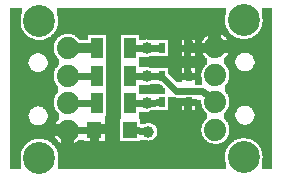
<source format=gtl>
G04 MADE WITH FRITZING*
G04 WWW.FRITZING.ORG*
G04 DOUBLE SIDED*
G04 HOLES PLATED*
G04 CONTOUR ON CENTER OF CONTOUR VECTOR*
%ASAXBY*%
%FSLAX23Y23*%
%MOIN*%
%OFA0B0*%
%SFA1.0B1.0*%
%ADD10C,0.075000*%
%ADD11C,0.074000*%
%ADD12C,0.106614*%
%ADD13C,0.039370*%
%ADD14R,0.039370X0.070866*%
%ADD15R,0.024803X0.032677*%
%ADD16R,0.047244X0.055118*%
%ADD17C,0.032000*%
%ADD18C,0.024000*%
%LNCOPPER1*%
G90*
G70*
G54D10*
X817Y300D03*
G54D11*
X231Y444D03*
X231Y350D03*
X231Y261D03*
X231Y168D03*
G54D12*
X136Y78D03*
X136Y534D03*
G54D11*
X231Y444D03*
X231Y350D03*
X231Y261D03*
X231Y168D03*
G54D12*
X136Y78D03*
X136Y534D03*
G54D11*
X723Y170D03*
X723Y264D03*
X723Y353D03*
X723Y446D03*
G54D12*
X818Y537D03*
X818Y80D03*
G54D11*
X723Y170D03*
X723Y264D03*
X723Y353D03*
X723Y446D03*
G54D12*
X818Y537D03*
X818Y80D03*
G54D13*
X494Y443D03*
X494Y350D03*
X494Y261D03*
X500Y164D03*
G54D14*
X328Y260D03*
X438Y260D03*
X328Y443D03*
X438Y443D03*
X328Y350D03*
X438Y350D03*
G54D15*
X634Y263D03*
X544Y263D03*
X634Y350D03*
X544Y350D03*
G54D16*
X439Y170D03*
X320Y170D03*
G54D15*
X634Y443D03*
X544Y443D03*
G54D17*
X260Y444D02*
X314Y443D01*
G54D18*
D02*
X314Y261D02*
X260Y261D01*
D02*
X260Y350D02*
X314Y350D01*
D02*
X260Y169D02*
X302Y170D01*
D02*
X475Y261D02*
X452Y261D01*
D02*
X513Y262D02*
X537Y263D01*
D02*
X475Y350D02*
X452Y350D01*
D02*
X513Y350D02*
X537Y350D01*
D02*
X513Y443D02*
X537Y443D01*
D02*
X475Y443D02*
X452Y443D01*
D02*
X481Y166D02*
X457Y169D01*
D02*
X593Y301D02*
X543Y350D01*
D02*
X680Y301D02*
X593Y301D01*
D02*
X701Y283D02*
X680Y301D01*
D02*
X543Y350D02*
X513Y350D01*
G54D17*
D02*
X694Y445D02*
X641Y443D01*
G54D18*
D02*
X593Y443D02*
X630Y443D01*
D02*
X630Y443D02*
X630Y350D01*
D02*
X630Y443D02*
X593Y443D01*
D02*
X630Y350D02*
X662Y350D01*
D02*
X634Y454D02*
X630Y511D01*
D02*
X630Y511D02*
X630Y443D01*
D02*
X662Y350D02*
X599Y350D01*
D02*
X599Y350D02*
X627Y350D01*
D02*
X655Y263D02*
X630Y263D01*
D02*
X630Y263D02*
X630Y158D01*
D02*
X587Y263D02*
X655Y263D01*
D02*
X630Y158D02*
X631Y264D01*
D02*
X631Y264D02*
X587Y263D01*
G36*
X506Y324D02*
X506Y322D01*
X496Y322D01*
X496Y320D01*
X542Y320D01*
X542Y322D01*
X540Y322D01*
X540Y324D01*
X506Y324D01*
G37*
D02*
G36*
X468Y322D02*
X468Y320D01*
X492Y320D01*
X492Y322D01*
X468Y322D01*
G37*
D02*
G36*
X468Y320D02*
X468Y318D01*
X544Y318D01*
X544Y320D01*
X468Y320D01*
G37*
D02*
G36*
X468Y320D02*
X468Y318D01*
X544Y318D01*
X544Y320D01*
X468Y320D01*
G37*
D02*
G36*
X468Y318D02*
X468Y292D01*
X498Y292D01*
X498Y290D01*
X554Y290D01*
X554Y310D01*
X552Y310D01*
X552Y312D01*
X550Y312D01*
X550Y314D01*
X548Y314D01*
X548Y316D01*
X546Y316D01*
X546Y318D01*
X468Y318D01*
G37*
D02*
G36*
X468Y292D02*
X468Y290D01*
X490Y290D01*
X490Y292D01*
X468Y292D01*
G37*
D02*
G36*
X40Y576D02*
X40Y472D01*
X122Y472D01*
X122Y474D01*
X114Y474D01*
X114Y476D01*
X110Y476D01*
X110Y478D01*
X106Y478D01*
X106Y480D01*
X102Y480D01*
X102Y482D01*
X100Y482D01*
X100Y484D01*
X96Y484D01*
X96Y486D01*
X94Y486D01*
X94Y488D01*
X92Y488D01*
X92Y490D01*
X90Y490D01*
X90Y492D01*
X88Y492D01*
X88Y494D01*
X86Y494D01*
X86Y498D01*
X84Y498D01*
X84Y500D01*
X82Y500D01*
X82Y504D01*
X80Y504D01*
X80Y508D01*
X78Y508D01*
X78Y512D01*
X76Y512D01*
X76Y520D01*
X74Y520D01*
X74Y550D01*
X76Y550D01*
X76Y556D01*
X78Y556D01*
X78Y576D01*
X40Y576D01*
G37*
D02*
G36*
X196Y576D02*
X196Y552D01*
X198Y552D01*
X198Y542D01*
X200Y542D01*
X200Y526D01*
X198Y526D01*
X198Y516D01*
X196Y516D01*
X196Y510D01*
X194Y510D01*
X194Y506D01*
X192Y506D01*
X192Y502D01*
X190Y502D01*
X190Y500D01*
X188Y500D01*
X188Y496D01*
X186Y496D01*
X186Y494D01*
X728Y494D01*
X728Y492D01*
X738Y492D01*
X738Y490D01*
X742Y490D01*
X742Y488D01*
X746Y488D01*
X746Y486D01*
X750Y486D01*
X750Y484D01*
X752Y484D01*
X752Y482D01*
X754Y482D01*
X754Y480D01*
X758Y480D01*
X758Y476D01*
X760Y476D01*
X760Y474D01*
X804Y474D01*
X804Y476D01*
X798Y476D01*
X798Y478D01*
X792Y478D01*
X792Y480D01*
X788Y480D01*
X788Y482D01*
X784Y482D01*
X784Y484D01*
X782Y484D01*
X782Y486D01*
X780Y486D01*
X780Y488D01*
X776Y488D01*
X776Y490D01*
X774Y490D01*
X774Y492D01*
X772Y492D01*
X772Y494D01*
X770Y494D01*
X770Y496D01*
X768Y496D01*
X768Y500D01*
X766Y500D01*
X766Y502D01*
X764Y502D01*
X764Y506D01*
X762Y506D01*
X762Y510D01*
X760Y510D01*
X760Y514D01*
X758Y514D01*
X758Y520D01*
X756Y520D01*
X756Y530D01*
X754Y530D01*
X754Y544D01*
X756Y544D01*
X756Y554D01*
X758Y554D01*
X758Y576D01*
X196Y576D01*
G37*
D02*
G36*
X878Y576D02*
X878Y554D01*
X880Y554D01*
X880Y542D01*
X882Y542D01*
X882Y532D01*
X880Y532D01*
X880Y520D01*
X878Y520D01*
X878Y514D01*
X876Y514D01*
X876Y510D01*
X874Y510D01*
X874Y506D01*
X872Y506D01*
X872Y502D01*
X870Y502D01*
X870Y500D01*
X868Y500D01*
X868Y496D01*
X866Y496D01*
X866Y494D01*
X864Y494D01*
X864Y492D01*
X862Y492D01*
X862Y490D01*
X860Y490D01*
X860Y488D01*
X856Y488D01*
X856Y486D01*
X854Y486D01*
X854Y484D01*
X850Y484D01*
X850Y482D01*
X848Y482D01*
X848Y480D01*
X844Y480D01*
X844Y478D01*
X838Y478D01*
X838Y476D01*
X832Y476D01*
X832Y474D01*
X912Y474D01*
X912Y576D01*
X878Y576D01*
G37*
D02*
G36*
X184Y494D02*
X184Y492D01*
X182Y492D01*
X182Y490D01*
X244Y490D01*
X244Y488D01*
X468Y488D01*
X468Y474D01*
X496Y474D01*
X496Y472D01*
X506Y472D01*
X506Y470D01*
X656Y470D01*
X656Y418D01*
X686Y418D01*
X686Y420D01*
X684Y420D01*
X684Y422D01*
X682Y422D01*
X682Y426D01*
X680Y426D01*
X680Y432D01*
X678Y432D01*
X678Y440D01*
X676Y440D01*
X676Y452D01*
X678Y452D01*
X678Y460D01*
X680Y460D01*
X680Y466D01*
X682Y466D01*
X682Y470D01*
X684Y470D01*
X684Y474D01*
X686Y474D01*
X686Y476D01*
X688Y476D01*
X688Y478D01*
X690Y478D01*
X690Y480D01*
X692Y480D01*
X692Y482D01*
X694Y482D01*
X694Y484D01*
X698Y484D01*
X698Y486D01*
X700Y486D01*
X700Y488D01*
X704Y488D01*
X704Y490D01*
X710Y490D01*
X710Y492D01*
X718Y492D01*
X718Y494D01*
X184Y494D01*
G37*
D02*
G36*
X180Y490D02*
X180Y488D01*
X178Y488D01*
X178Y486D01*
X176Y486D01*
X176Y484D01*
X174Y484D01*
X174Y482D01*
X170Y482D01*
X170Y480D01*
X166Y480D01*
X166Y478D01*
X162Y478D01*
X162Y476D01*
X158Y476D01*
X158Y474D01*
X152Y474D01*
X152Y472D01*
X194Y472D01*
X194Y474D01*
X196Y474D01*
X196Y476D01*
X198Y476D01*
X198Y478D01*
X200Y478D01*
X200Y480D01*
X202Y480D01*
X202Y482D01*
X206Y482D01*
X206Y484D01*
X208Y484D01*
X208Y486D01*
X212Y486D01*
X212Y488D01*
X218Y488D01*
X218Y490D01*
X180Y490D01*
G37*
D02*
G36*
X250Y488D02*
X250Y486D01*
X254Y486D01*
X254Y484D01*
X256Y484D01*
X256Y482D01*
X260Y482D01*
X260Y480D01*
X262Y480D01*
X262Y478D01*
X264Y478D01*
X264Y476D01*
X266Y476D01*
X266Y474D01*
X268Y474D01*
X268Y472D01*
X270Y472D01*
X270Y470D01*
X298Y470D01*
X298Y488D01*
X250Y488D01*
G37*
D02*
G36*
X358Y488D02*
X358Y216D01*
X354Y216D01*
X354Y134D01*
X404Y134D01*
X404Y208D01*
X408Y208D01*
X408Y488D01*
X358Y488D01*
G37*
D02*
G36*
X468Y474D02*
X468Y472D01*
X492Y472D01*
X492Y474D01*
X468Y474D01*
G37*
D02*
G36*
X762Y474D02*
X762Y472D01*
X912Y472D01*
X912Y474D01*
X762Y474D01*
G37*
D02*
G36*
X762Y474D02*
X762Y472D01*
X912Y472D01*
X912Y474D01*
X762Y474D01*
G37*
D02*
G36*
X40Y472D02*
X40Y470D01*
X192Y470D01*
X192Y472D01*
X40Y472D01*
G37*
D02*
G36*
X40Y472D02*
X40Y470D01*
X192Y470D01*
X192Y472D01*
X40Y472D01*
G37*
D02*
G36*
X764Y472D02*
X764Y468D01*
X766Y468D01*
X766Y464D01*
X768Y464D01*
X768Y458D01*
X770Y458D01*
X770Y436D01*
X768Y436D01*
X768Y428D01*
X832Y428D01*
X832Y426D01*
X836Y426D01*
X836Y424D01*
X840Y424D01*
X840Y422D01*
X842Y422D01*
X842Y420D01*
X844Y420D01*
X844Y418D01*
X846Y418D01*
X846Y416D01*
X848Y416D01*
X848Y412D01*
X850Y412D01*
X850Y408D01*
X852Y408D01*
X852Y402D01*
X854Y402D01*
X854Y392D01*
X852Y392D01*
X852Y386D01*
X850Y386D01*
X850Y382D01*
X848Y382D01*
X848Y378D01*
X846Y378D01*
X846Y376D01*
X844Y376D01*
X844Y374D01*
X842Y374D01*
X842Y372D01*
X840Y372D01*
X840Y370D01*
X836Y370D01*
X836Y368D01*
X830Y368D01*
X830Y366D01*
X912Y366D01*
X912Y472D01*
X764Y472D01*
G37*
D02*
G36*
X40Y470D02*
X40Y426D01*
X140Y426D01*
X140Y424D01*
X146Y424D01*
X146Y422D01*
X150Y422D01*
X150Y420D01*
X152Y420D01*
X152Y418D01*
X154Y418D01*
X154Y416D01*
X156Y416D01*
X156Y414D01*
X158Y414D01*
X158Y412D01*
X160Y412D01*
X160Y408D01*
X162Y408D01*
X162Y402D01*
X164Y402D01*
X164Y388D01*
X162Y388D01*
X162Y382D01*
X160Y382D01*
X160Y378D01*
X158Y378D01*
X158Y376D01*
X156Y376D01*
X156Y372D01*
X154Y372D01*
X154Y370D01*
X150Y370D01*
X150Y368D01*
X148Y368D01*
X148Y366D01*
X142Y366D01*
X142Y364D01*
X186Y364D01*
X186Y368D01*
X188Y368D01*
X188Y372D01*
X190Y372D01*
X190Y376D01*
X192Y376D01*
X192Y378D01*
X194Y378D01*
X194Y380D01*
X196Y380D01*
X196Y382D01*
X198Y382D01*
X198Y384D01*
X200Y384D01*
X200Y386D01*
X202Y386D01*
X202Y408D01*
X200Y408D01*
X200Y410D01*
X198Y410D01*
X198Y412D01*
X196Y412D01*
X196Y414D01*
X194Y414D01*
X194Y416D01*
X192Y416D01*
X192Y420D01*
X190Y420D01*
X190Y422D01*
X188Y422D01*
X188Y428D01*
X186Y428D01*
X186Y434D01*
X184Y434D01*
X184Y454D01*
X186Y454D01*
X186Y460D01*
X188Y460D01*
X188Y464D01*
X190Y464D01*
X190Y468D01*
X192Y468D01*
X192Y470D01*
X40Y470D01*
G37*
D02*
G36*
X566Y470D02*
X566Y418D01*
X612Y418D01*
X612Y470D01*
X566Y470D01*
G37*
D02*
G36*
X766Y428D02*
X766Y424D01*
X764Y424D01*
X764Y422D01*
X762Y422D01*
X762Y418D01*
X760Y418D01*
X760Y416D01*
X758Y416D01*
X758Y414D01*
X756Y414D01*
X756Y412D01*
X754Y412D01*
X754Y410D01*
X752Y410D01*
X752Y390D01*
X754Y390D01*
X754Y388D01*
X756Y388D01*
X756Y386D01*
X758Y386D01*
X758Y384D01*
X760Y384D01*
X760Y380D01*
X762Y380D01*
X762Y378D01*
X764Y378D01*
X764Y374D01*
X766Y374D01*
X766Y370D01*
X768Y370D01*
X768Y366D01*
X812Y366D01*
X812Y368D01*
X808Y368D01*
X808Y370D01*
X804Y370D01*
X804Y372D01*
X802Y372D01*
X802Y374D01*
X800Y374D01*
X800Y376D01*
X798Y376D01*
X798Y378D01*
X796Y378D01*
X796Y380D01*
X794Y380D01*
X794Y384D01*
X792Y384D01*
X792Y390D01*
X790Y390D01*
X790Y404D01*
X792Y404D01*
X792Y410D01*
X794Y410D01*
X794Y414D01*
X796Y414D01*
X796Y416D01*
X798Y416D01*
X798Y418D01*
X800Y418D01*
X800Y420D01*
X802Y420D01*
X802Y422D01*
X804Y422D01*
X804Y424D01*
X808Y424D01*
X808Y426D01*
X812Y426D01*
X812Y428D01*
X766Y428D01*
G37*
D02*
G36*
X40Y426D02*
X40Y364D01*
X122Y364D01*
X122Y366D01*
X118Y366D01*
X118Y368D01*
X114Y368D01*
X114Y370D01*
X112Y370D01*
X112Y372D01*
X110Y372D01*
X110Y374D01*
X108Y374D01*
X108Y376D01*
X106Y376D01*
X106Y380D01*
X104Y380D01*
X104Y384D01*
X102Y384D01*
X102Y392D01*
X100Y392D01*
X100Y396D01*
X102Y396D01*
X102Y406D01*
X104Y406D01*
X104Y410D01*
X106Y410D01*
X106Y414D01*
X108Y414D01*
X108Y416D01*
X110Y416D01*
X110Y418D01*
X112Y418D01*
X112Y420D01*
X116Y420D01*
X116Y422D01*
X118Y422D01*
X118Y424D01*
X124Y424D01*
X124Y426D01*
X40Y426D01*
G37*
D02*
G36*
X508Y418D02*
X508Y416D01*
X688Y416D01*
X688Y418D01*
X508Y418D01*
G37*
D02*
G36*
X508Y418D02*
X508Y416D01*
X688Y416D01*
X688Y418D01*
X508Y418D01*
G37*
D02*
G36*
X502Y416D02*
X502Y414D01*
X468Y414D01*
X468Y380D01*
X502Y380D01*
X502Y378D01*
X508Y378D01*
X508Y376D01*
X656Y376D01*
X656Y322D01*
X678Y322D01*
X678Y346D01*
X676Y346D01*
X676Y360D01*
X678Y360D01*
X678Y368D01*
X680Y368D01*
X680Y372D01*
X682Y372D01*
X682Y376D01*
X684Y376D01*
X684Y380D01*
X686Y380D01*
X686Y382D01*
X688Y382D01*
X688Y384D01*
X690Y384D01*
X690Y386D01*
X692Y386D01*
X692Y388D01*
X694Y388D01*
X694Y390D01*
X696Y390D01*
X696Y410D01*
X692Y410D01*
X692Y412D01*
X690Y412D01*
X690Y414D01*
X688Y414D01*
X688Y416D01*
X502Y416D01*
G37*
D02*
G36*
X566Y376D02*
X566Y358D01*
X568Y358D01*
X568Y356D01*
X570Y356D01*
X570Y354D01*
X572Y354D01*
X572Y352D01*
X574Y352D01*
X574Y350D01*
X576Y350D01*
X576Y348D01*
X578Y348D01*
X578Y346D01*
X580Y346D01*
X580Y344D01*
X582Y344D01*
X582Y342D01*
X584Y342D01*
X584Y340D01*
X586Y340D01*
X586Y338D01*
X588Y338D01*
X588Y336D01*
X590Y336D01*
X590Y334D01*
X592Y334D01*
X592Y332D01*
X612Y332D01*
X612Y376D01*
X566Y376D01*
G37*
D02*
G36*
X768Y366D02*
X768Y364D01*
X912Y364D01*
X912Y366D01*
X768Y366D01*
G37*
D02*
G36*
X768Y366D02*
X768Y364D01*
X912Y364D01*
X912Y366D01*
X768Y366D01*
G37*
D02*
G36*
X40Y364D02*
X40Y362D01*
X186Y362D01*
X186Y364D01*
X40Y364D01*
G37*
D02*
G36*
X40Y364D02*
X40Y362D01*
X186Y362D01*
X186Y364D01*
X40Y364D01*
G37*
D02*
G36*
X770Y364D02*
X770Y342D01*
X768Y342D01*
X768Y336D01*
X766Y336D01*
X766Y332D01*
X764Y332D01*
X764Y328D01*
X762Y328D01*
X762Y324D01*
X760Y324D01*
X760Y322D01*
X758Y322D01*
X758Y320D01*
X756Y320D01*
X756Y318D01*
X754Y318D01*
X754Y298D01*
X756Y298D01*
X756Y296D01*
X758Y296D01*
X758Y294D01*
X760Y294D01*
X760Y292D01*
X762Y292D01*
X762Y290D01*
X764Y290D01*
X764Y286D01*
X766Y286D01*
X766Y282D01*
X768Y282D01*
X768Y274D01*
X770Y274D01*
X770Y254D01*
X768Y254D01*
X768Y252D01*
X826Y252D01*
X826Y250D01*
X834Y250D01*
X834Y248D01*
X838Y248D01*
X838Y246D01*
X840Y246D01*
X840Y244D01*
X844Y244D01*
X844Y242D01*
X846Y242D01*
X846Y238D01*
X848Y238D01*
X848Y236D01*
X850Y236D01*
X850Y232D01*
X852Y232D01*
X852Y224D01*
X854Y224D01*
X854Y216D01*
X852Y216D01*
X852Y208D01*
X850Y208D01*
X850Y204D01*
X848Y204D01*
X848Y200D01*
X846Y200D01*
X846Y198D01*
X844Y198D01*
X844Y196D01*
X842Y196D01*
X842Y194D01*
X838Y194D01*
X838Y192D01*
X834Y192D01*
X834Y190D01*
X828Y190D01*
X828Y188D01*
X912Y188D01*
X912Y364D01*
X770Y364D01*
G37*
D02*
G36*
X40Y362D02*
X40Y250D01*
X134Y250D01*
X134Y248D01*
X144Y248D01*
X144Y246D01*
X148Y246D01*
X148Y244D01*
X150Y244D01*
X150Y242D01*
X154Y242D01*
X154Y240D01*
X156Y240D01*
X156Y238D01*
X158Y238D01*
X158Y234D01*
X160Y234D01*
X160Y230D01*
X162Y230D01*
X162Y224D01*
X164Y224D01*
X164Y210D01*
X162Y210D01*
X162Y204D01*
X160Y204D01*
X160Y200D01*
X158Y200D01*
X158Y198D01*
X156Y198D01*
X156Y196D01*
X154Y196D01*
X154Y194D01*
X152Y194D01*
X152Y192D01*
X150Y192D01*
X150Y190D01*
X146Y190D01*
X146Y188D01*
X140Y188D01*
X140Y186D01*
X188Y186D01*
X188Y190D01*
X190Y190D01*
X190Y192D01*
X192Y192D01*
X192Y196D01*
X194Y196D01*
X194Y198D01*
X196Y198D01*
X196Y200D01*
X198Y200D01*
X198Y202D01*
X200Y202D01*
X200Y204D01*
X202Y204D01*
X202Y226D01*
X200Y226D01*
X200Y228D01*
X198Y228D01*
X198Y230D01*
X196Y230D01*
X196Y232D01*
X194Y232D01*
X194Y234D01*
X192Y234D01*
X192Y238D01*
X190Y238D01*
X190Y240D01*
X188Y240D01*
X188Y246D01*
X186Y246D01*
X186Y252D01*
X184Y252D01*
X184Y272D01*
X186Y272D01*
X186Y278D01*
X188Y278D01*
X188Y282D01*
X190Y282D01*
X190Y286D01*
X192Y286D01*
X192Y290D01*
X194Y290D01*
X194Y292D01*
X196Y292D01*
X196Y294D01*
X198Y294D01*
X198Y296D01*
X200Y296D01*
X200Y316D01*
X198Y316D01*
X198Y318D01*
X196Y318D01*
X196Y320D01*
X194Y320D01*
X194Y322D01*
X192Y322D01*
X192Y326D01*
X190Y326D01*
X190Y330D01*
X188Y330D01*
X188Y334D01*
X186Y334D01*
X186Y340D01*
X184Y340D01*
X184Y360D01*
X186Y360D01*
X186Y362D01*
X40Y362D01*
G37*
D02*
G36*
X566Y280D02*
X566Y238D01*
X612Y238D01*
X612Y278D01*
X592Y278D01*
X592Y280D01*
X566Y280D01*
G37*
D02*
G36*
X656Y272D02*
X656Y238D01*
X684Y238D01*
X684Y240D01*
X682Y240D01*
X682Y244D01*
X680Y244D01*
X680Y250D01*
X678Y250D01*
X678Y258D01*
X676Y258D01*
X676Y272D01*
X656Y272D01*
G37*
D02*
G36*
X768Y252D02*
X768Y246D01*
X766Y246D01*
X766Y242D01*
X764Y242D01*
X764Y240D01*
X762Y240D01*
X762Y236D01*
X760Y236D01*
X760Y234D01*
X758Y234D01*
X758Y232D01*
X756Y232D01*
X756Y230D01*
X754Y230D01*
X754Y228D01*
X752Y228D01*
X752Y206D01*
X756Y206D01*
X756Y204D01*
X758Y204D01*
X758Y202D01*
X760Y202D01*
X760Y198D01*
X762Y198D01*
X762Y196D01*
X764Y196D01*
X764Y192D01*
X766Y192D01*
X766Y188D01*
X816Y188D01*
X816Y190D01*
X810Y190D01*
X810Y192D01*
X806Y192D01*
X806Y194D01*
X802Y194D01*
X802Y196D01*
X800Y196D01*
X800Y198D01*
X798Y198D01*
X798Y200D01*
X796Y200D01*
X796Y204D01*
X794Y204D01*
X794Y208D01*
X792Y208D01*
X792Y214D01*
X790Y214D01*
X790Y226D01*
X792Y226D01*
X792Y232D01*
X794Y232D01*
X794Y236D01*
X796Y236D01*
X796Y240D01*
X798Y240D01*
X798Y242D01*
X800Y242D01*
X800Y244D01*
X802Y244D01*
X802Y246D01*
X806Y246D01*
X806Y248D01*
X810Y248D01*
X810Y250D01*
X816Y250D01*
X816Y252D01*
X768Y252D01*
G37*
D02*
G36*
X40Y250D02*
X40Y186D01*
X124Y186D01*
X124Y188D01*
X120Y188D01*
X120Y190D01*
X116Y190D01*
X116Y192D01*
X112Y192D01*
X112Y194D01*
X110Y194D01*
X110Y196D01*
X108Y196D01*
X108Y198D01*
X106Y198D01*
X106Y202D01*
X104Y202D01*
X104Y206D01*
X102Y206D01*
X102Y216D01*
X100Y216D01*
X100Y220D01*
X102Y220D01*
X102Y228D01*
X104Y228D01*
X104Y232D01*
X106Y232D01*
X106Y236D01*
X108Y236D01*
X108Y238D01*
X110Y238D01*
X110Y240D01*
X112Y240D01*
X112Y242D01*
X114Y242D01*
X114Y244D01*
X118Y244D01*
X118Y246D01*
X122Y246D01*
X122Y248D01*
X130Y248D01*
X130Y250D01*
X40Y250D01*
G37*
D02*
G36*
X510Y238D02*
X510Y236D01*
X686Y236D01*
X686Y238D01*
X510Y238D01*
G37*
D02*
G36*
X510Y238D02*
X510Y236D01*
X686Y236D01*
X686Y238D01*
X510Y238D01*
G37*
D02*
G36*
X506Y236D02*
X506Y234D01*
X502Y234D01*
X502Y232D01*
X468Y232D01*
X468Y208D01*
X472Y208D01*
X472Y194D01*
X508Y194D01*
X508Y192D01*
X514Y192D01*
X514Y190D01*
X516Y190D01*
X516Y188D01*
X520Y188D01*
X520Y186D01*
X522Y186D01*
X522Y184D01*
X524Y184D01*
X524Y180D01*
X526Y180D01*
X526Y178D01*
X528Y178D01*
X528Y172D01*
X530Y172D01*
X530Y158D01*
X528Y158D01*
X528Y152D01*
X526Y152D01*
X526Y148D01*
X524Y148D01*
X524Y146D01*
X522Y146D01*
X522Y144D01*
X520Y144D01*
X520Y142D01*
X518Y142D01*
X518Y140D01*
X516Y140D01*
X516Y138D01*
X512Y138D01*
X512Y136D01*
X502Y136D01*
X502Y134D01*
X694Y134D01*
X694Y136D01*
X690Y136D01*
X690Y138D01*
X688Y138D01*
X688Y142D01*
X686Y142D01*
X686Y144D01*
X684Y144D01*
X684Y148D01*
X682Y148D01*
X682Y150D01*
X680Y150D01*
X680Y156D01*
X678Y156D01*
X678Y164D01*
X676Y164D01*
X676Y178D01*
X678Y178D01*
X678Y186D01*
X680Y186D01*
X680Y190D01*
X682Y190D01*
X682Y194D01*
X684Y194D01*
X684Y198D01*
X686Y198D01*
X686Y200D01*
X688Y200D01*
X688Y202D01*
X690Y202D01*
X690Y204D01*
X692Y204D01*
X692Y206D01*
X694Y206D01*
X694Y228D01*
X692Y228D01*
X692Y230D01*
X690Y230D01*
X690Y232D01*
X688Y232D01*
X688Y234D01*
X686Y234D01*
X686Y236D01*
X506Y236D01*
G37*
D02*
G36*
X472Y194D02*
X472Y192D01*
X492Y192D01*
X492Y194D01*
X472Y194D01*
G37*
D02*
G36*
X768Y188D02*
X768Y186D01*
X912Y186D01*
X912Y188D01*
X768Y188D01*
G37*
D02*
G36*
X768Y188D02*
X768Y186D01*
X912Y186D01*
X912Y188D01*
X768Y188D01*
G37*
D02*
G36*
X40Y186D02*
X40Y184D01*
X188Y184D01*
X188Y186D01*
X40Y186D01*
G37*
D02*
G36*
X40Y186D02*
X40Y184D01*
X188Y184D01*
X188Y186D01*
X40Y186D01*
G37*
D02*
G36*
X768Y186D02*
X768Y182D01*
X770Y182D01*
X770Y160D01*
X768Y160D01*
X768Y154D01*
X766Y154D01*
X766Y150D01*
X764Y150D01*
X764Y146D01*
X762Y146D01*
X762Y144D01*
X824Y144D01*
X824Y142D01*
X834Y142D01*
X834Y140D01*
X842Y140D01*
X842Y138D01*
X846Y138D01*
X846Y136D01*
X850Y136D01*
X850Y134D01*
X852Y134D01*
X852Y132D01*
X856Y132D01*
X856Y130D01*
X858Y130D01*
X858Y128D01*
X860Y128D01*
X860Y126D01*
X862Y126D01*
X862Y124D01*
X864Y124D01*
X864Y122D01*
X866Y122D01*
X866Y120D01*
X868Y120D01*
X868Y118D01*
X870Y118D01*
X870Y114D01*
X872Y114D01*
X872Y112D01*
X874Y112D01*
X874Y108D01*
X876Y108D01*
X876Y102D01*
X878Y102D01*
X878Y96D01*
X880Y96D01*
X880Y84D01*
X882Y84D01*
X882Y76D01*
X880Y76D01*
X880Y64D01*
X878Y64D01*
X878Y42D01*
X912Y42D01*
X912Y186D01*
X768Y186D01*
G37*
D02*
G36*
X40Y184D02*
X40Y142D01*
X138Y142D01*
X138Y140D01*
X152Y140D01*
X152Y138D01*
X158Y138D01*
X158Y136D01*
X164Y136D01*
X164Y134D01*
X168Y134D01*
X168Y132D01*
X170Y132D01*
X170Y130D01*
X174Y130D01*
X174Y128D01*
X176Y128D01*
X176Y126D01*
X178Y126D01*
X178Y124D01*
X180Y124D01*
X180Y122D01*
X220Y122D01*
X220Y124D01*
X212Y124D01*
X212Y126D01*
X208Y126D01*
X208Y128D01*
X206Y128D01*
X206Y130D01*
X202Y130D01*
X202Y132D01*
X200Y132D01*
X200Y134D01*
X198Y134D01*
X198Y136D01*
X196Y136D01*
X196Y138D01*
X194Y138D01*
X194Y140D01*
X192Y140D01*
X192Y144D01*
X190Y144D01*
X190Y148D01*
X188Y148D01*
X188Y152D01*
X186Y152D01*
X186Y158D01*
X184Y158D01*
X184Y178D01*
X186Y178D01*
X186Y184D01*
X40Y184D01*
G37*
D02*
G36*
X762Y144D02*
X762Y142D01*
X760Y142D01*
X760Y140D01*
X758Y140D01*
X758Y138D01*
X756Y138D01*
X756Y136D01*
X754Y136D01*
X754Y134D01*
X752Y134D01*
X752Y132D01*
X748Y132D01*
X748Y130D01*
X744Y130D01*
X744Y128D01*
X740Y128D01*
X740Y126D01*
X734Y126D01*
X734Y124D01*
X774Y124D01*
X774Y126D01*
X776Y126D01*
X776Y128D01*
X778Y128D01*
X778Y130D01*
X780Y130D01*
X780Y132D01*
X784Y132D01*
X784Y134D01*
X786Y134D01*
X786Y136D01*
X790Y136D01*
X790Y138D01*
X794Y138D01*
X794Y140D01*
X800Y140D01*
X800Y142D01*
X810Y142D01*
X810Y144D01*
X762Y144D01*
G37*
D02*
G36*
X40Y142D02*
X40Y42D01*
X76Y42D01*
X76Y62D01*
X74Y62D01*
X74Y92D01*
X76Y92D01*
X76Y100D01*
X78Y100D01*
X78Y104D01*
X80Y104D01*
X80Y108D01*
X82Y108D01*
X82Y112D01*
X84Y112D01*
X84Y114D01*
X86Y114D01*
X86Y118D01*
X88Y118D01*
X88Y120D01*
X90Y120D01*
X90Y122D01*
X92Y122D01*
X92Y124D01*
X94Y124D01*
X94Y126D01*
X96Y126D01*
X96Y128D01*
X100Y128D01*
X100Y130D01*
X102Y130D01*
X102Y132D01*
X106Y132D01*
X106Y134D01*
X110Y134D01*
X110Y136D01*
X114Y136D01*
X114Y138D01*
X120Y138D01*
X120Y140D01*
X136Y140D01*
X136Y142D01*
X40Y142D01*
G37*
D02*
G36*
X266Y138D02*
X266Y136D01*
X264Y136D01*
X264Y134D01*
X286Y134D01*
X286Y138D01*
X266Y138D01*
G37*
D02*
G36*
X472Y136D02*
X472Y134D01*
X498Y134D01*
X498Y136D01*
X472Y136D01*
G37*
D02*
G36*
X262Y134D02*
X262Y132D01*
X696Y132D01*
X696Y134D01*
X262Y134D01*
G37*
D02*
G36*
X262Y134D02*
X262Y132D01*
X696Y132D01*
X696Y134D01*
X262Y134D01*
G37*
D02*
G36*
X262Y134D02*
X262Y132D01*
X696Y132D01*
X696Y134D01*
X262Y134D01*
G37*
D02*
G36*
X262Y134D02*
X262Y132D01*
X696Y132D01*
X696Y134D01*
X262Y134D01*
G37*
D02*
G36*
X260Y132D02*
X260Y130D01*
X256Y130D01*
X256Y128D01*
X252Y128D01*
X252Y126D01*
X250Y126D01*
X250Y124D01*
X714Y124D01*
X714Y126D01*
X706Y126D01*
X706Y128D01*
X702Y128D01*
X702Y130D01*
X698Y130D01*
X698Y132D01*
X260Y132D01*
G37*
D02*
G36*
X242Y124D02*
X242Y122D01*
X772Y122D01*
X772Y124D01*
X242Y124D01*
G37*
D02*
G36*
X242Y124D02*
X242Y122D01*
X772Y122D01*
X772Y124D01*
X242Y124D01*
G37*
D02*
G36*
X182Y122D02*
X182Y120D01*
X770Y120D01*
X770Y122D01*
X182Y122D01*
G37*
D02*
G36*
X182Y122D02*
X182Y120D01*
X770Y120D01*
X770Y122D01*
X182Y122D01*
G37*
D02*
G36*
X184Y120D02*
X184Y118D01*
X186Y118D01*
X186Y116D01*
X188Y116D01*
X188Y112D01*
X190Y112D01*
X190Y110D01*
X192Y110D01*
X192Y106D01*
X194Y106D01*
X194Y102D01*
X196Y102D01*
X196Y96D01*
X198Y96D01*
X198Y86D01*
X200Y86D01*
X200Y70D01*
X198Y70D01*
X198Y42D01*
X758Y42D01*
X758Y64D01*
X756Y64D01*
X756Y74D01*
X754Y74D01*
X754Y86D01*
X756Y86D01*
X756Y96D01*
X758Y96D01*
X758Y104D01*
X760Y104D01*
X760Y108D01*
X762Y108D01*
X762Y112D01*
X764Y112D01*
X764Y114D01*
X766Y114D01*
X766Y118D01*
X768Y118D01*
X768Y120D01*
X184Y120D01*
G37*
D02*
G36*
X623Y266D02*
X640Y266D01*
X640Y238D01*
X623Y238D01*
X623Y266D01*
G37*
D02*
G36*
X608Y277D02*
X630Y277D01*
X630Y256D01*
X608Y256D01*
X608Y277D01*
G37*
D02*
G36*
X208Y154D02*
X251Y154D01*
X251Y122D01*
X208Y122D01*
X208Y154D01*
G37*
D02*
G36*
X180Y192D02*
X212Y192D01*
X212Y149D01*
X180Y149D01*
X180Y192D01*
G37*
D02*
G36*
X700Y498D02*
X743Y498D01*
X743Y466D01*
X700Y466D01*
X700Y498D01*
G37*
D02*
G36*
X738Y470D02*
X770Y470D01*
X770Y427D01*
X738Y427D01*
X738Y470D01*
G37*
D02*
G36*
X305Y172D02*
X334Y172D01*
X334Y134D01*
X305Y134D01*
X305Y172D01*
G37*
D02*
G36*
X320Y189D02*
X354Y189D01*
X354Y156D01*
X320Y156D01*
X320Y189D01*
G37*
D02*
G04 End of Copper1*
M02*
</source>
